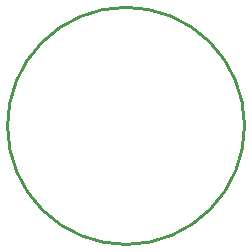
<source format=gko>
G04 Layer: BoardOutline*
G04 EasyEDA v5.9.41, Tue, 05 Feb 2019 18:09:35 GMT*
G04 103b8e95693e4c8e91cf80fae80cb03d*
G04 Gerber Generator version 0.2*
G04 Scale: 100 percent, Rotated: No, Reflected: No *
G04 Dimensions in millimeters *
G04 leading zeros omitted , absolute positions ,3 integer and 3 decimal *
%FSLAX33Y33*%
%MOMM*%
G90*
G71D02*

%ADD10C,0.254000*%
G54D10*
G75*
G01X0Y9976D02*
G02X20066Y10103I10033J71D01*
G01*
G75*
G01X20066Y10103D02*
G02X0Y9976I-10033J-70D01*
G01*

%LPD*%
M00*
M02*

</source>
